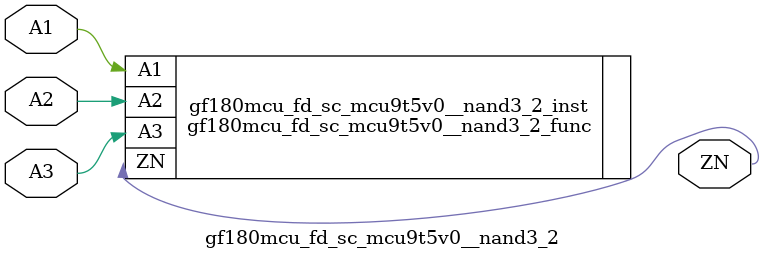
<source format=v>

module gf180mcu_fd_sc_mcu9t5v0__nand3_2( ZN, A3, A2, A1 );
input A1, A2, A3;
output ZN;

   `ifdef FUNCTIONAL  //  functional //

	gf180mcu_fd_sc_mcu9t5v0__nand3_2_func gf180mcu_fd_sc_mcu9t5v0__nand3_2_behav_inst(.ZN(ZN),.A3(A3),.A2(A2),.A1(A1));

   `else

	gf180mcu_fd_sc_mcu9t5v0__nand3_2_func gf180mcu_fd_sc_mcu9t5v0__nand3_2_inst(.ZN(ZN),.A3(A3),.A2(A2),.A1(A1));

	// spec_gates_begin


	// spec_gates_end



   specify

	// specify_block_begin

	// comb arc A1 --> ZN
	 (A1 => ZN) = (1.0,1.0);

	// comb arc A2 --> ZN
	 (A2 => ZN) = (1.0,1.0);

	// comb arc A3 --> ZN
	 (A3 => ZN) = (1.0,1.0);

	// specify_block_end

   endspecify

   `endif

endmodule

</source>
